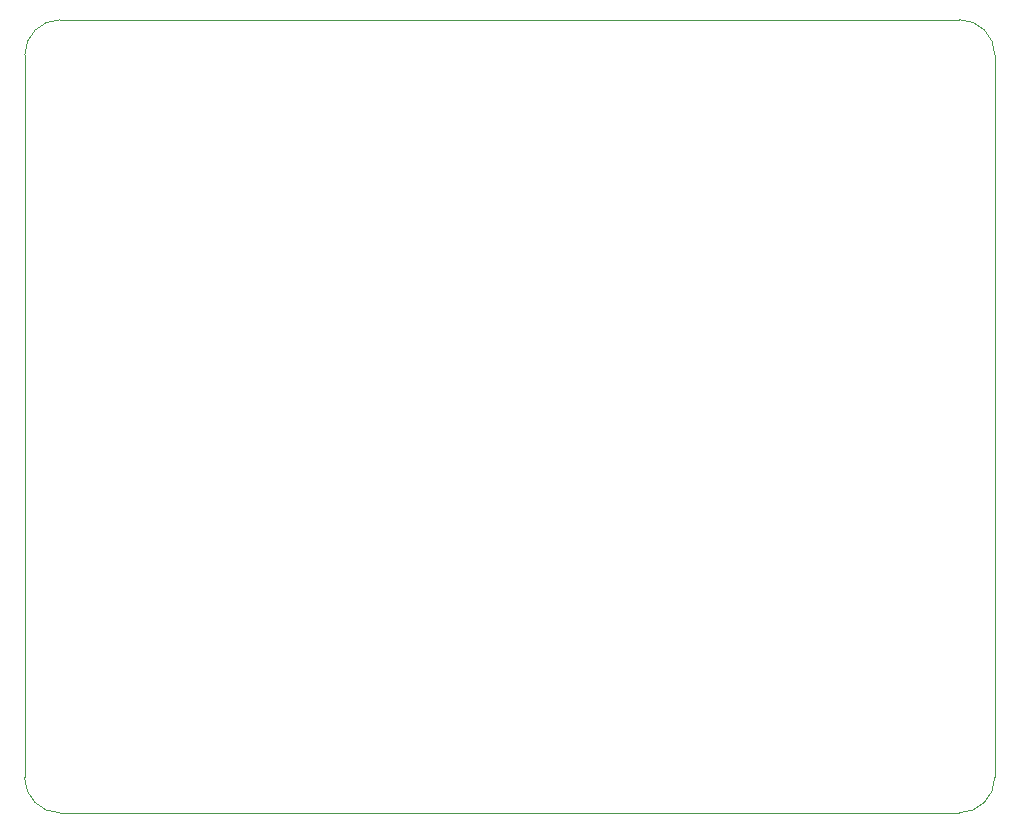
<source format=gm1>
%TF.GenerationSoftware,KiCad,Pcbnew,(6.0.4)*%
%TF.CreationDate,2022-04-04T21:53:05+02:00*%
%TF.ProjectId,SWITCH_INPUT_BOARD,53574954-4348-45f4-994e-5055545f424f,rev?*%
%TF.SameCoordinates,Original*%
%TF.FileFunction,Profile,NP*%
%FSLAX46Y46*%
G04 Gerber Fmt 4.6, Leading zero omitted, Abs format (unit mm)*
G04 Created by KiCad (PCBNEW (6.0.4)) date 2022-04-04 21:53:05*
%MOMM*%
%LPD*%
G01*
G04 APERTURE LIST*
%TA.AperFunction,Profile*%
%ADD10C,0.050000*%
%TD*%
G04 APERTURE END LIST*
D10*
X94930000Y-58929984D02*
G75*
G03*
X91929984Y-61930000I0J-3000016D01*
G01*
X91920000Y-123080000D02*
G75*
G03*
X94920000Y-126080000I3000000J0D01*
G01*
X174070149Y-123070000D02*
X174071066Y-61920000D01*
X171070000Y-126070149D02*
X94920000Y-126080000D01*
X91920000Y-123080000D02*
X91929984Y-61930000D01*
X94930000Y-58929984D02*
X171070000Y-58918934D01*
X171070000Y-126070149D02*
G75*
G03*
X174070149Y-123070000I0J3000149D01*
G01*
X174071066Y-61920000D02*
G75*
G03*
X171070000Y-58918934I-3001066J0D01*
G01*
M02*

</source>
